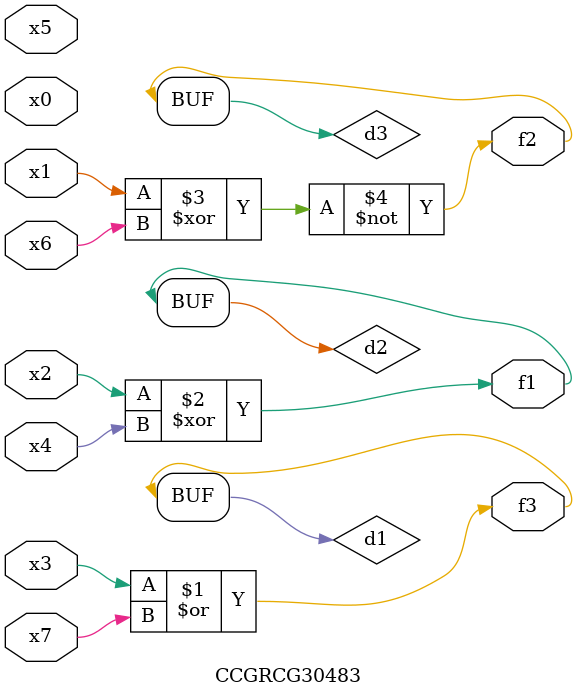
<source format=v>
module CCGRCG30483(
	input x0, x1, x2, x3, x4, x5, x6, x7,
	output f1, f2, f3
);

	wire d1, d2, d3;

	or (d1, x3, x7);
	xor (d2, x2, x4);
	xnor (d3, x1, x6);
	assign f1 = d2;
	assign f2 = d3;
	assign f3 = d1;
endmodule

</source>
